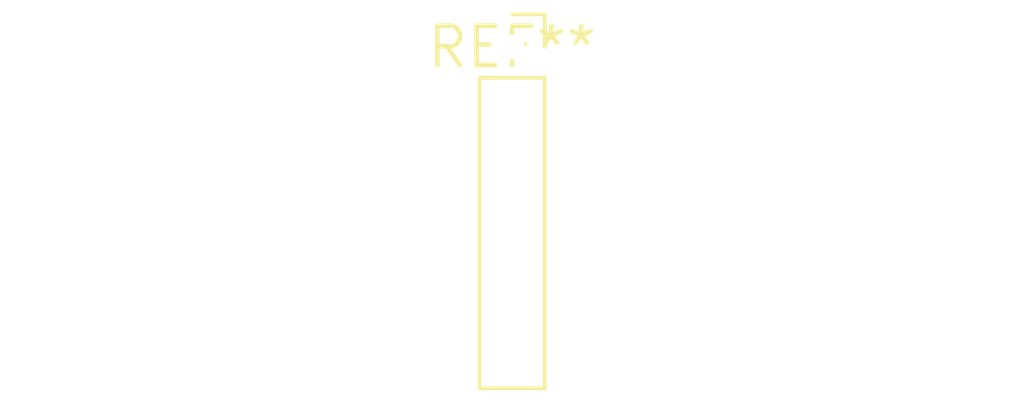
<source format=kicad_pcb>
(kicad_pcb (version 20240108) (generator pcbnew)
  (layers (0 "F.Cu" signal) (31 "B.Cu" signal) (34 "B.Paste" user) (35 "F.Paste" user) (36 "B.SilkS" user "B.Silkscreen") (37 "F.SilkS" user "F.Silkscreen") (38 "B.Mask" user) (39 "F.Mask" user) (44 "Edge.Cuts" user))
  (net 0 "")
  (footprint "PinSocket_1x06_P2.00mm_Vertical" (layer "F.Cu") (at 0 0)
    (property "Reference" "REF**")
    (property "Value" "PinSocket_1x06_P2.00mm_Vertical")
    (fp_line (start -1.06 1) (end -1.06 11.06) (layer "F.SilkS") (stroke (width 0.12)))
    (fp_line (start -1.06 1) (end 1.06 1) (layer "F.SilkS") (stroke (width 0.12)))
    (fp_line (start -1.06 11.06) (end 1.06 11.06) (layer "F.SilkS") (stroke (width 0.12)))
    (fp_line (start 0 -1.06) (end 1.06 -1.06) (layer "F.SilkS") (stroke (width 0.12)))
    (fp_line (start 1.06 -1.06) (end 1.06 0) (layer "F.SilkS") (stroke (width 0.12)))
    (fp_line (start 1.06 1) (end 1.06 11.06) (layer "F.SilkS") (stroke (width 0.12)))
    (pad "1" thru_hole rect (at 0 0) (size 1.35 1.35) (drill 0.8) (layers *.Cu *.Mask) (remove_unused_layers))
    (pad "2" thru_hole oval (at 0 2) (size 1.35 1.35) (drill 0.8) (layers *.Cu *.Mask) (remove_unused_layers))
    (pad "3" thru_hole oval (at 0 4) (size 1.35 1.35) (drill 0.8) (layers *.Cu *.Mask) (remove_unused_layers))
    (pad "4" thru_hole oval (at 0 6) (size 1.35 1.35) (drill 0.8) (layers *.Cu *.Mask) (remove_unused_layers))
    (pad "5" thru_hole oval (at 0 8) (size 1.35 1.35) (drill 0.8) (layers *.Cu *.Mask) (remove_unused_layers))
    (pad "6" thru_hole oval (at 0 10) (size 1.35 1.35) (drill 0.8) (layers *.Cu *.Mask) (remove_unused_layers))
  )
)
</source>
